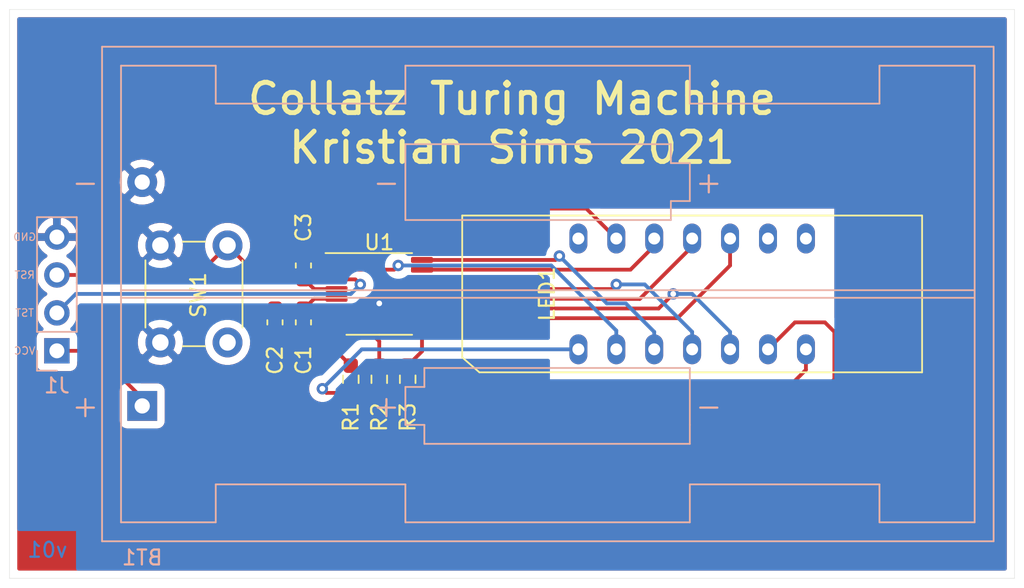
<source format=kicad_pcb>
(kicad_pcb (version 20171130) (host pcbnew "(5.1.9)-1")

  (general
    (thickness 1.6)
    (drawings 10)
    (tracks 89)
    (zones 0)
    (modules 11)
    (nets 19)
  )

  (page A4)
  (title_block
    (title "Collatz Turing Machine")
    (rev v01)
    (comment 2 creativecommons.org/licenses/by/4.0)
    (comment 3 "License: CC BY 4.0")
    (comment 4 "Author: Kristian Sims (krs013)")
  )

  (layers
    (0 F.Cu signal)
    (31 B.Cu signal)
    (32 B.Adhes user)
    (33 F.Adhes user)
    (34 B.Paste user)
    (35 F.Paste user)
    (36 B.SilkS user)
    (37 F.SilkS user)
    (38 B.Mask user)
    (39 F.Mask user)
    (40 Dwgs.User user)
    (41 Cmts.User user)
    (42 Eco1.User user)
    (43 Eco2.User user)
    (44 Edge.Cuts user)
    (45 Margin user)
    (46 B.CrtYd user)
    (47 F.CrtYd user)
    (48 B.Fab user)
    (49 F.Fab user)
  )

  (setup
    (last_trace_width 0.254)
    (trace_clearance 0.1524)
    (zone_clearance 0.508)
    (zone_45_only no)
    (trace_min 0.1524)
    (via_size 0.762)
    (via_drill 0.381)
    (via_min_size 0.508)
    (via_min_drill 0.254)
    (uvia_size 0.762)
    (uvia_drill 0.381)
    (uvias_allowed no)
    (uvia_min_size 0.2)
    (uvia_min_drill 0.1)
    (edge_width 0.05)
    (segment_width 0.2)
    (pcb_text_width 0.3)
    (pcb_text_size 1.5 1.5)
    (mod_edge_width 0.12)
    (mod_text_size 1 1)
    (mod_text_width 0.15)
    (pad_size 2 2)
    (pad_drill 1.1)
    (pad_to_mask_clearance 0.0508)
    (solder_mask_min_width 0.1016)
    (aux_axis_origin 0 0)
    (visible_elements FFFFF77F)
    (pcbplotparams
      (layerselection 0x010fc_ffffffff)
      (usegerberextensions false)
      (usegerberattributes true)
      (usegerberadvancedattributes true)
      (creategerberjobfile true)
      (excludeedgelayer true)
      (linewidth 0.100000)
      (plotframeref false)
      (viasonmask false)
      (mode 1)
      (useauxorigin false)
      (hpglpennumber 1)
      (hpglpenspeed 20)
      (hpglpendiameter 15.000000)
      (psnegative false)
      (psa4output false)
      (plotreference true)
      (plotvalue true)
      (plotinvisibletext false)
      (padsonsilk false)
      (subtractmaskfromsilk false)
      (outputformat 1)
      (mirror false)
      (drillshape 1)
      (scaleselection 1)
      (outputdirectory ""))
  )

  (net 0 "")
  (net 1 +BATT)
  (net 2 GND)
  (net 3 "Net-(C3-Pad1)")
  (net 4 "Net-(J1-Pad2)")
  (net 5 "Net-(LED1-Pad1,14)")
  (net 6 "Net-(LED1-Pad13)")
  (net 7 "Net-(LED1-Pad2)")
  (net 8 "Net-(LED1-Pad12)")
  (net 9 "Net-(LED1-Pad3)")
  (net 10 "Net-(LED1-Pad11)")
  (net 11 "Net-(LED1-Pad4)")
  (net 12 "Net-(LED1-Pad10)")
  (net 13 "Net-(LED1-Pad5)")
  (net 14 "Net-(LED1-Pad6,9)")
  (net 15 "Net-(LED1-Pad7,8)")
  (net 16 "Net-(R1-Pad1)")
  (net 17 "Net-(R2-Pad1)")
  (net 18 "Net-(R3-Pad1)")

  (net_class Default "This is the default net class."
    (clearance 0.1524)
    (trace_width 0.254)
    (via_dia 0.762)
    (via_drill 0.381)
    (uvia_dia 0.762)
    (uvia_drill 0.381)
    (add_net +BATT)
    (add_net GND)
    (add_net "Net-(C3-Pad1)")
    (add_net "Net-(J1-Pad2)")
    (add_net "Net-(LED1-Pad1,14)")
    (add_net "Net-(LED1-Pad10)")
    (add_net "Net-(LED1-Pad11)")
    (add_net "Net-(LED1-Pad12)")
    (add_net "Net-(LED1-Pad13)")
    (add_net "Net-(LED1-Pad2)")
    (add_net "Net-(LED1-Pad3)")
    (add_net "Net-(LED1-Pad4)")
    (add_net "Net-(LED1-Pad5)")
    (add_net "Net-(LED1-Pad6,9)")
    (add_net "Net-(LED1-Pad7,8)")
    (add_net "Net-(R1-Pad1)")
    (add_net "Net-(R2-Pad1)")
    (add_net "Net-(R3-Pad1)")
  )

  (module Connector_PinHeader_2.54mm:PinHeader_1x04_P2.54mm_Vertical (layer B.Cu) (tedit 59FED5CC) (tstamp 6084049F)
    (at 130.175 111.76)
    (descr "Through hole straight pin header, 1x04, 2.54mm pitch, single row")
    (tags "Through hole pin header THT 1x04 2.54mm single row")
    (path /60023630)
    (fp_text reference J1 (at 0 2.33) (layer B.SilkS)
      (effects (font (size 1 1) (thickness 0.15)) (justify mirror))
    )
    (fp_text value Conn_01x04_Male (at -1.905 -3.81 -90) (layer B.Fab)
      (effects (font (size 1 1) (thickness 0.15)) (justify mirror))
    )
    (fp_text user %R (at 0 -3.81 -90) (layer B.Fab)
      (effects (font (size 1 1) (thickness 0.15)) (justify mirror))
    )
    (fp_line (start -0.635 1.27) (end 1.27 1.27) (layer B.Fab) (width 0.1))
    (fp_line (start 1.27 1.27) (end 1.27 -8.89) (layer B.Fab) (width 0.1))
    (fp_line (start 1.27 -8.89) (end -1.27 -8.89) (layer B.Fab) (width 0.1))
    (fp_line (start -1.27 -8.89) (end -1.27 0.635) (layer B.Fab) (width 0.1))
    (fp_line (start -1.27 0.635) (end -0.635 1.27) (layer B.Fab) (width 0.1))
    (fp_line (start -1.33 -8.95) (end 1.33 -8.95) (layer B.SilkS) (width 0.12))
    (fp_line (start -1.33 -1.27) (end -1.33 -8.95) (layer B.SilkS) (width 0.12))
    (fp_line (start 1.33 -1.27) (end 1.33 -8.95) (layer B.SilkS) (width 0.12))
    (fp_line (start -1.33 -1.27) (end 1.33 -1.27) (layer B.SilkS) (width 0.12))
    (fp_line (start -1.33 0) (end -1.33 1.33) (layer B.SilkS) (width 0.12))
    (fp_line (start -1.33 1.33) (end 0 1.33) (layer B.SilkS) (width 0.12))
    (fp_line (start -1.8 1.8) (end -1.8 -9.4) (layer B.CrtYd) (width 0.05))
    (fp_line (start -1.8 -9.4) (end 1.8 -9.4) (layer B.CrtYd) (width 0.05))
    (fp_line (start 1.8 -9.4) (end 1.8 1.8) (layer B.CrtYd) (width 0.05))
    (fp_line (start 1.8 1.8) (end -1.8 1.8) (layer B.CrtYd) (width 0.05))
    (pad 4 thru_hole oval (at 0 -7.62) (size 1.7 1.7) (drill 1) (layers *.Cu *.Mask)
      (net 2 GND))
    (pad 3 thru_hole oval (at 0 -5.08) (size 1.7 1.7) (drill 1) (layers *.Cu *.Mask)
      (net 3 "Net-(C3-Pad1)"))
    (pad 2 thru_hole oval (at 0 -2.54) (size 1.7 1.7) (drill 1) (layers *.Cu *.Mask)
      (net 4 "Net-(J1-Pad2)"))
    (pad 1 thru_hole rect (at 0 0) (size 1.7 1.7) (drill 1) (layers *.Cu *.Mask)
      (net 1 +BATT))
    (model ${KISYS3DMOD}/Connector_PinHeader_2.54mm.3dshapes/PinHeader_1x04_P2.54mm_Vertical.wrl
      (at (xyz 0 0 0))
      (scale (xyz 1 1 1))
      (rotate (xyz 0 0 0))
    )
  )

  (module User:BatteryHolder_Keystone_2462_2xAA_NO_HOLES (layer B.Cu) (tedit 60835235) (tstamp 60844519)
    (at 135.89 115.45)
    (descr "2xAA cell battery holder, Keystone P/N 2462, https://www.keyelco.com/product-pdf.cfm?p=1027")
    (tags "AA battery cell holder")
    (path /608446E6)
    (fp_text reference BT1 (at 0 10.16 180) (layer B.SilkS)
      (effects (font (size 1 1) (thickness 0.15)) (justify mirror))
    )
    (fp_text value 2xBattery (at 27.165 -8.715) (layer B.Fab)
      (effects (font (size 1 1) (thickness 0.15)) (justify mirror))
    )
    (fp_line (start -2.59 8.965) (end 56.92 8.965) (layer B.Fab) (width 0.1))
    (fp_line (start -2.59 -23.955) (end 56.92 -23.955) (layer B.Fab) (width 0.1))
    (fp_line (start 56.92 -23.955) (end 56.92 8.965) (layer B.Fab) (width 0.1))
    (fp_line (start -2.59 -23.955) (end -2.59 8.965) (layer B.Fab) (width 0.1))
    (fp_line (start 49.375 -22.785) (end 49.375 -20.245) (layer B.SilkS) (width 0.12))
    (fp_line (start 55.75 -22.785) (end 49.375 -22.785) (layer B.SilkS) (width 0.12))
    (fp_line (start 55.75 7.795) (end 55.75 -22.785) (layer B.SilkS) (width 0.12))
    (fp_line (start 49.375 7.795) (end 49.375 5.255) (layer B.SilkS) (width 0.12))
    (fp_line (start 55.75 7.795) (end 49.375 7.795) (layer B.SilkS) (width 0.12))
    (fp_line (start 4.925 -20.245) (end 17.625 -20.245) (layer B.SilkS) (width 0.12))
    (fp_line (start 4.925 -22.785) (end 4.925 -20.245) (layer B.SilkS) (width 0.12))
    (fp_line (start -1.42 -22.785) (end 4.925 -22.785) (layer B.SilkS) (width 0.12))
    (fp_line (start -1.42 7.795) (end -1.42 -22.785) (layer B.SilkS) (width 0.12))
    (fp_line (start 4.925 7.795) (end -1.42 7.795) (layer B.SilkS) (width 0.12))
    (fp_line (start 4.925 5.255) (end 4.925 7.795) (layer B.SilkS) (width 0.12))
    (fp_line (start 4.925 5.255) (end 17.625 5.255) (layer B.SilkS) (width 0.12))
    (fp_line (start 49.375 -20.245) (end 36.675 -20.245) (layer B.SilkS) (width 0.12))
    (fp_line (start 17.625 7.795) (end 17.625 5.255) (layer B.SilkS) (width 0.12))
    (fp_line (start 36.675 7.795) (end 17.625 7.795) (layer B.SilkS) (width 0.12))
    (fp_line (start 36.675 5.255) (end 36.675 7.795) (layer B.SilkS) (width 0.12))
    (fp_line (start 49.375 5.255) (end 36.675 5.255) (layer B.SilkS) (width 0.12))
    (fp_line (start 36.675 -22.785) (end 36.675 -20.245) (layer B.SilkS) (width 0.12))
    (fp_line (start 17.625 -22.785) (end 36.675 -22.785) (layer B.SilkS) (width 0.12))
    (fp_line (start 17.625 -20.245) (end 17.625 -22.785) (layer B.SilkS) (width 0.12))
    (fp_line (start 55.75 -7.749) (end -1.42 -7.749) (layer B.SilkS) (width 0.12))
    (fp_line (start -1.42 -7.241) (end 55.75 -7.241) (layer B.SilkS) (width 0.12))
    (fp_line (start 36.675 2.54) (end 36.675 1.27) (layer B.SilkS) (width 0.12))
    (fp_line (start 18.895 2.54) (end 36.675 2.54) (layer B.SilkS) (width 0.12))
    (fp_line (start 18.895 1.27) (end 18.895 2.54) (layer B.SilkS) (width 0.12))
    (fp_line (start 17.625 1.27) (end 18.895 1.27) (layer B.SilkS) (width 0.12))
    (fp_line (start 17.625 -1.27) (end 17.625 1.27) (layer B.SilkS) (width 0.12))
    (fp_line (start 18.895 -1.27) (end 17.625 -1.27) (layer B.SilkS) (width 0.12))
    (fp_line (start 18.895 -2.54) (end 18.895 -1.27) (layer B.SilkS) (width 0.12))
    (fp_line (start 36.675 -2.54) (end 18.895 -2.54) (layer B.SilkS) (width 0.12))
    (fp_line (start 36.675 1.27) (end 36.675 -2.54) (layer B.SilkS) (width 0.12))
    (fp_line (start 35.405 -17.53) (end 17.625 -17.53) (layer B.SilkS) (width 0.12))
    (fp_line (start 35.405 -16.26) (end 35.405 -17.53) (layer B.SilkS) (width 0.12))
    (fp_line (start 36.675 -16.26) (end 35.405 -16.26) (layer B.SilkS) (width 0.12))
    (fp_line (start 36.675 -13.72) (end 36.675 -16.26) (layer B.SilkS) (width 0.12))
    (fp_line (start 35.405 -13.72) (end 36.675 -13.72) (layer B.SilkS) (width 0.12))
    (fp_line (start 35.405 -12.45) (end 35.405 -13.72) (layer B.SilkS) (width 0.12))
    (fp_line (start 17.625 -12.45) (end 35.405 -12.45) (layer B.SilkS) (width 0.12))
    (fp_line (start 17.625 -17.53) (end 17.625 -12.45) (layer B.SilkS) (width 0.12))
    (fp_line (start 57.02 9.065) (end -2.69 9.065) (layer B.SilkS) (width 0.12))
    (fp_line (start -2.69 9.065) (end -2.69 -24.055) (layer B.SilkS) (width 0.12))
    (fp_line (start -2.69 -24.055) (end 57.02 -24.055) (layer B.SilkS) (width 0.12))
    (fp_line (start 57.02 -24.055) (end 57.02 9.065) (layer B.SilkS) (width 0.12))
    (fp_line (start 57.17 9.22) (end -2.84 9.22) (layer B.CrtYd) (width 0.05))
    (fp_line (start -2.84 9.22) (end -2.84 -24.21) (layer B.CrtYd) (width 0.05))
    (fp_line (start -2.84 -24.21) (end 57.17 -24.21) (layer B.CrtYd) (width 0.05))
    (fp_line (start 57.17 -24.21) (end 57.17 9.22) (layer B.CrtYd) (width 0.05))
    (fp_text user - (at 37.945 0) (layer B.SilkS)
      (effects (font (size 1.5 1.5) (thickness 0.15)) (justify mirror))
    )
    (fp_text user + (at 16.355 0) (layer B.SilkS)
      (effects (font (size 1.5 1.5) (thickness 0.15)) (justify mirror))
    )
    (fp_text user %R (at 0 10.16) (layer B.Fab)
      (effects (font (size 1 1) (thickness 0.15)) (justify mirror))
    )
    (fp_text user + (at 37.945 -14.99) (layer B.SilkS)
      (effects (font (size 1.5 1.5) (thickness 0.15)) (justify mirror))
    )
    (fp_text user - (at 16.355 -14.99) (layer B.SilkS)
      (effects (font (size 1.5 1.5) (thickness 0.15)) (justify mirror))
    )
    (fp_text user + (at -3.81 0) (layer B.SilkS)
      (effects (font (size 1.5 1.5) (thickness 0.15)) (justify mirror))
    )
    (fp_text user - (at -3.81 -14.99) (layer B.SilkS)
      (effects (font (size 1.5 1.5) (thickness 0.15)) (justify mirror))
    )
    (pad 1 thru_hole rect (at 0 0) (size 2 2) (drill 1.02) (layers *.Cu *.Mask)
      (net 1 +BATT))
    (pad 2 thru_hole circle (at 0 -14.99) (size 2 2) (drill 1.02) (layers *.Cu *.Mask)
      (net 2 GND))
    (model ${KISYS3DMOD}/Battery.3dshapes/BatteryHolder_Keystone_2462_2xAA.wrl
      (at (xyz 0 0 0))
      (scale (xyz 1 1 1))
      (rotate (xyz 0 0 0))
    )
  )

  (module Button_Switch_THT:SW_PUSH_6mm (layer F.Cu) (tedit 5A02FE31) (tstamp 6084050C)
    (at 141.605 104.7 270)
    (descr https://www.omron.com/ecb/products/pdf/en-b3f.pdf)
    (tags "tact sw push 6mm")
    (path /6001D1C8)
    (fp_text reference SW1 (at 3.325 1.96 90) (layer F.SilkS)
      (effects (font (size 1 1) (thickness 0.15)))
    )
    (fp_text value SW_Push (at 3.75 6.7 90) (layer F.Fab)
      (effects (font (size 1 1) (thickness 0.15)))
    )
    (fp_text user %R (at 3.25 2.25 90) (layer F.Fab)
      (effects (font (size 1 1) (thickness 0.15)))
    )
    (fp_line (start 3.25 -0.75) (end 6.25 -0.75) (layer F.Fab) (width 0.1))
    (fp_line (start 6.25 -0.75) (end 6.25 5.25) (layer F.Fab) (width 0.1))
    (fp_line (start 6.25 5.25) (end 0.25 5.25) (layer F.Fab) (width 0.1))
    (fp_line (start 0.25 5.25) (end 0.25 -0.75) (layer F.Fab) (width 0.1))
    (fp_line (start 0.25 -0.75) (end 3.25 -0.75) (layer F.Fab) (width 0.1))
    (fp_line (start 7.75 6) (end 8 6) (layer F.CrtYd) (width 0.05))
    (fp_line (start 8 6) (end 8 5.75) (layer F.CrtYd) (width 0.05))
    (fp_line (start 7.75 -1.5) (end 8 -1.5) (layer F.CrtYd) (width 0.05))
    (fp_line (start 8 -1.5) (end 8 -1.25) (layer F.CrtYd) (width 0.05))
    (fp_line (start -1.5 -1.25) (end -1.5 -1.5) (layer F.CrtYd) (width 0.05))
    (fp_line (start -1.5 -1.5) (end -1.25 -1.5) (layer F.CrtYd) (width 0.05))
    (fp_line (start -1.5 5.75) (end -1.5 6) (layer F.CrtYd) (width 0.05))
    (fp_line (start -1.5 6) (end -1.25 6) (layer F.CrtYd) (width 0.05))
    (fp_line (start -1.25 -1.5) (end 7.75 -1.5) (layer F.CrtYd) (width 0.05))
    (fp_line (start -1.5 5.75) (end -1.5 -1.25) (layer F.CrtYd) (width 0.05))
    (fp_line (start 7.75 6) (end -1.25 6) (layer F.CrtYd) (width 0.05))
    (fp_line (start 8 -1.25) (end 8 5.75) (layer F.CrtYd) (width 0.05))
    (fp_line (start 1 5.5) (end 5.5 5.5) (layer F.SilkS) (width 0.12))
    (fp_line (start -0.25 1.5) (end -0.25 3) (layer F.SilkS) (width 0.12))
    (fp_line (start 5.5 -1) (end 1 -1) (layer F.SilkS) (width 0.12))
    (fp_line (start 6.75 3) (end 6.75 1.5) (layer F.SilkS) (width 0.12))
    (fp_circle (center 3.25 2.25) (end 1.25 2.5) (layer F.Fab) (width 0.1))
    (pad 1 thru_hole circle (at 6.5 0) (size 2 2) (drill 1.1) (layers *.Cu *.Mask)
      (net 3 "Net-(C3-Pad1)"))
    (pad 2 thru_hole circle (at 6.5 4.5) (size 2 2) (drill 1.1) (layers *.Cu *.Mask)
      (net 2 GND))
    (pad 1 thru_hole circle (at 0 0) (size 2 2) (drill 1.1) (layers *.Cu *.Mask)
      (net 3 "Net-(C3-Pad1)"))
    (pad 2 thru_hole circle (at 0 4.5) (size 2 2) (drill 1.1) (layers *.Cu *.Mask)
      (net 2 GND))
    (model ${KISYS3DMOD}/Button_Switch_THT.3dshapes/SW_PUSH_6mm.wrl
      (at (xyz 0 0 0))
      (scale (xyz 1 1 1))
      (rotate (xyz 0 0 0))
    )
  )

  (module Capacitor_SMD:C_0603_1608Metric_Pad1.08x0.95mm_HandSolder (layer F.Cu) (tedit 5F68FEEF) (tstamp 60845B69)
    (at 146.685 109.855 270)
    (descr "Capacitor SMD 0603 (1608 Metric), square (rectangular) end terminal, IPC_7351 nominal with elongated pad for handsoldering. (Body size source: IPC-SM-782 page 76, https://www.pcb-3d.com/wordpress/wp-content/uploads/ipc-sm-782a_amendment_1_and_2.pdf), generated with kicad-footprint-generator")
    (tags "capacitor handsolder")
    (path /60018BF5)
    (attr smd)
    (fp_text reference C1 (at 2.54 0 90) (layer F.SilkS)
      (effects (font (size 1 1) (thickness 0.15)))
    )
    (fp_text value "0.1 uF" (at 5.715 0 90) (layer F.Fab)
      (effects (font (size 1 1) (thickness 0.15)))
    )
    (fp_line (start 1.65 0.73) (end -1.65 0.73) (layer F.CrtYd) (width 0.05))
    (fp_line (start 1.65 -0.73) (end 1.65 0.73) (layer F.CrtYd) (width 0.05))
    (fp_line (start -1.65 -0.73) (end 1.65 -0.73) (layer F.CrtYd) (width 0.05))
    (fp_line (start -1.65 0.73) (end -1.65 -0.73) (layer F.CrtYd) (width 0.05))
    (fp_line (start -0.146267 0.51) (end 0.146267 0.51) (layer F.SilkS) (width 0.12))
    (fp_line (start -0.146267 -0.51) (end 0.146267 -0.51) (layer F.SilkS) (width 0.12))
    (fp_line (start 0.8 0.4) (end -0.8 0.4) (layer F.Fab) (width 0.1))
    (fp_line (start 0.8 -0.4) (end 0.8 0.4) (layer F.Fab) (width 0.1))
    (fp_line (start -0.8 -0.4) (end 0.8 -0.4) (layer F.Fab) (width 0.1))
    (fp_line (start -0.8 0.4) (end -0.8 -0.4) (layer F.Fab) (width 0.1))
    (fp_text user %R (at 0 0 90) (layer F.Fab)
      (effects (font (size 0.4 0.4) (thickness 0.06)))
    )
    (pad 1 smd roundrect (at -0.8625 0 270) (size 1.075 0.95) (layers F.Cu F.Paste F.Mask) (roundrect_rratio 0.25)
      (net 1 +BATT))
    (pad 2 smd roundrect (at 0.8625 0 270) (size 1.075 0.95) (layers F.Cu F.Paste F.Mask) (roundrect_rratio 0.25)
      (net 2 GND))
    (model ${KISYS3DMOD}/Capacitor_SMD.3dshapes/C_0603_1608Metric.wrl
      (at (xyz 0 0 0))
      (scale (xyz 1 1 1))
      (rotate (xyz 0 0 0))
    )
  )

  (module Capacitor_SMD:C_0603_1608Metric_Pad1.08x0.95mm_HandSolder (layer F.Cu) (tedit 5F68FEEF) (tstamp 60840441)
    (at 144.78 109.855 270)
    (descr "Capacitor SMD 0603 (1608 Metric), square (rectangular) end terminal, IPC_7351 nominal with elongated pad for handsoldering. (Body size source: IPC-SM-782 page 76, https://www.pcb-3d.com/wordpress/wp-content/uploads/ipc-sm-782a_amendment_1_and_2.pdf), generated with kicad-footprint-generator")
    (tags "capacitor handsolder")
    (path /60019F52)
    (attr smd)
    (fp_text reference C2 (at 2.54 0 270) (layer F.SilkS)
      (effects (font (size 1 1) (thickness 0.15)))
    )
    (fp_text value "10 uF" (at 5.715 0 90) (layer F.Fab)
      (effects (font (size 1 1) (thickness 0.15)))
    )
    (fp_text user %R (at 0 0 90) (layer F.Fab)
      (effects (font (size 0.4 0.4) (thickness 0.06)))
    )
    (fp_line (start -0.8 0.4) (end -0.8 -0.4) (layer F.Fab) (width 0.1))
    (fp_line (start -0.8 -0.4) (end 0.8 -0.4) (layer F.Fab) (width 0.1))
    (fp_line (start 0.8 -0.4) (end 0.8 0.4) (layer F.Fab) (width 0.1))
    (fp_line (start 0.8 0.4) (end -0.8 0.4) (layer F.Fab) (width 0.1))
    (fp_line (start -0.146267 -0.51) (end 0.146267 -0.51) (layer F.SilkS) (width 0.12))
    (fp_line (start -0.146267 0.51) (end 0.146267 0.51) (layer F.SilkS) (width 0.12))
    (fp_line (start -1.65 0.73) (end -1.65 -0.73) (layer F.CrtYd) (width 0.05))
    (fp_line (start -1.65 -0.73) (end 1.65 -0.73) (layer F.CrtYd) (width 0.05))
    (fp_line (start 1.65 -0.73) (end 1.65 0.73) (layer F.CrtYd) (width 0.05))
    (fp_line (start 1.65 0.73) (end -1.65 0.73) (layer F.CrtYd) (width 0.05))
    (pad 2 smd roundrect (at 0.8625 0 270) (size 1.075 0.95) (layers F.Cu F.Paste F.Mask) (roundrect_rratio 0.25)
      (net 2 GND))
    (pad 1 smd roundrect (at -0.8625 0 270) (size 1.075 0.95) (layers F.Cu F.Paste F.Mask) (roundrect_rratio 0.25)
      (net 1 +BATT))
    (model ${KISYS3DMOD}/Capacitor_SMD.3dshapes/C_0603_1608Metric.wrl
      (at (xyz 0 0 0))
      (scale (xyz 1 1 1))
      (rotate (xyz 0 0 0))
    )
  )

  (module Capacitor_SMD:C_0603_1608Metric_Pad1.08x0.95mm_HandSolder (layer F.Cu) (tedit 5F68FEEF) (tstamp 60840452)
    (at 146.685 106.045 90)
    (descr "Capacitor SMD 0603 (1608 Metric), square (rectangular) end terminal, IPC_7351 nominal with elongated pad for handsoldering. (Body size source: IPC-SM-782 page 76, https://www.pcb-3d.com/wordpress/wp-content/uploads/ipc-sm-782a_amendment_1_and_2.pdf), generated with kicad-footprint-generator")
    (tags "capacitor handsolder")
    (path /6001C541)
    (attr smd)
    (fp_text reference C3 (at 2.54 0 90) (layer F.SilkS)
      (effects (font (size 1 1) (thickness 0.15)))
    )
    (fp_text value "10 nF" (at 6.35 0 90) (layer F.Fab)
      (effects (font (size 1 1) (thickness 0.15)))
    )
    (fp_line (start 1.65 0.73) (end -1.65 0.73) (layer F.CrtYd) (width 0.05))
    (fp_line (start 1.65 -0.73) (end 1.65 0.73) (layer F.CrtYd) (width 0.05))
    (fp_line (start -1.65 -0.73) (end 1.65 -0.73) (layer F.CrtYd) (width 0.05))
    (fp_line (start -1.65 0.73) (end -1.65 -0.73) (layer F.CrtYd) (width 0.05))
    (fp_line (start -0.146267 0.51) (end 0.146267 0.51) (layer F.SilkS) (width 0.12))
    (fp_line (start -0.146267 -0.51) (end 0.146267 -0.51) (layer F.SilkS) (width 0.12))
    (fp_line (start 0.8 0.4) (end -0.8 0.4) (layer F.Fab) (width 0.1))
    (fp_line (start 0.8 -0.4) (end 0.8 0.4) (layer F.Fab) (width 0.1))
    (fp_line (start -0.8 -0.4) (end 0.8 -0.4) (layer F.Fab) (width 0.1))
    (fp_line (start -0.8 0.4) (end -0.8 -0.4) (layer F.Fab) (width 0.1))
    (fp_text user %R (at 0 0 90) (layer F.Fab)
      (effects (font (size 0.4 0.4) (thickness 0.06)))
    )
    (pad 1 smd roundrect (at -0.8625 0 90) (size 1.075 0.95) (layers F.Cu F.Paste F.Mask) (roundrect_rratio 0.25)
      (net 3 "Net-(C3-Pad1)"))
    (pad 2 smd roundrect (at 0.8625 0 90) (size 1.075 0.95) (layers F.Cu F.Paste F.Mask) (roundrect_rratio 0.25)
      (net 2 GND))
    (model ${KISYS3DMOD}/Capacitor_SMD.3dshapes/C_0603_1608Metric.wrl
      (at (xyz 0 0 0))
      (scale (xyz 1 1 1))
      (rotate (xyz 0 0 0))
    )
  )

  (module User:DIP-14_Long_LED_Bar (layer F.Cu) (tedit 60834900) (tstamp 60844A1D)
    (at 172.72 107.95)
    (path /6002BCB2)
    (fp_text reference LED1 (at -9.72 0 90) (layer F.SilkS)
      (effects (font (size 1 1) (thickness 0.15)))
    )
    (fp_text value KWL-R1230CDUGB (at 0 0) (layer F.Fab)
      (effects (font (size 1 1) (thickness 0.15)))
    )
    (fp_line (start -14.25 5.25) (end 15.4 5.25) (layer F.SilkS) (width 0.12))
    (fp_line (start 15.4 5.25) (end 15.4 -5.25) (layer F.SilkS) (width 0.12))
    (fp_line (start 15.4 -5.25) (end -15.4 -5.25) (layer F.SilkS) (width 0.12))
    (fp_line (start -15.4 -5.25) (end -15.4 4.25) (layer F.SilkS) (width 0.12))
    (fp_line (start -15.24 -5.08) (end 15.24 -5.08) (layer F.CrtYd) (width 0.12))
    (fp_line (start 15.24 -5.08) (end 15.24 5.08) (layer F.CrtYd) (width 0.12))
    (fp_line (start 15.24 5.08) (end -15.24 5.08) (layer F.CrtYd) (width 0.12))
    (fp_line (start -15.24 5.08) (end -15.24 -5.08) (layer F.CrtYd) (width 0.12))
    (fp_line (start -15.4 4.25) (end -14.25 5.25) (layer F.SilkS) (width 0.12))
    (pad 1,14 thru_hole oval (at -7.62 -3.71) (size 1.2 2) (drill 0.8) (layers *.Cu *.Mask)
      (net 5 "Net-(LED1-Pad1,14)"))
    (pad 1,14 thru_hole oval (at -7.62 3.71) (size 1.2 2) (drill 0.8) (layers *.Cu *.Mask)
      (net 5 "Net-(LED1-Pad1,14)"))
    (pad 13 thru_hole oval (at -5.08 -3.71) (size 1.2 2) (drill 0.8) (layers *.Cu *.Mask)
      (net 6 "Net-(LED1-Pad13)"))
    (pad 2 thru_hole oval (at -5.08 3.71) (size 1.2 2) (drill 0.8) (layers *.Cu *.Mask)
      (net 7 "Net-(LED1-Pad2)"))
    (pad 12 thru_hole oval (at -2.54 -3.71) (size 1.2 2) (drill 0.8) (layers *.Cu *.Mask)
      (net 8 "Net-(LED1-Pad12)"))
    (pad 3 thru_hole oval (at -2.54 3.71) (size 1.2 2) (drill 0.8) (layers *.Cu *.Mask)
      (net 9 "Net-(LED1-Pad3)"))
    (pad 11 thru_hole oval (at 0 -3.71) (size 1.2 2) (drill 0.8) (layers *.Cu *.Mask)
      (net 10 "Net-(LED1-Pad11)"))
    (pad 4 thru_hole oval (at 0 3.71) (size 1.2 2) (drill 0.8) (layers *.Cu *.Mask)
      (net 11 "Net-(LED1-Pad4)"))
    (pad 10 thru_hole oval (at 2.54 -3.71) (size 1.2 2) (drill 0.8) (layers *.Cu *.Mask)
      (net 12 "Net-(LED1-Pad10)"))
    (pad 5 thru_hole oval (at 2.54 3.71) (size 1.2 2) (drill 0.8) (layers *.Cu *.Mask)
      (net 13 "Net-(LED1-Pad5)"))
    (pad 6,9 thru_hole oval (at 5.08 -3.71) (size 1.2 2) (drill 0.8) (layers *.Cu *.Mask)
      (net 14 "Net-(LED1-Pad6,9)"))
    (pad 6,9 thru_hole oval (at 5.08 3.71) (size 1.2 2) (drill 0.8) (layers *.Cu *.Mask)
      (net 14 "Net-(LED1-Pad6,9)"))
    (pad 7,8 thru_hole oval (at 7.62 -3.71) (size 1.2 2) (drill 0.8) (layers *.Cu *.Mask)
      (net 15 "Net-(LED1-Pad7,8)"))
    (pad 7,8 thru_hole oval (at 7.62 3.71) (size 1.2 2) (drill 0.8) (layers *.Cu *.Mask)
      (net 15 "Net-(LED1-Pad7,8)"))
  )

  (module Resistor_SMD:R_0603_1608Metric_Pad0.98x0.95mm_HandSolder (layer F.Cu) (tedit 5F68FEEE) (tstamp 608404CB)
    (at 149.86 113.665 270)
    (descr "Resistor SMD 0603 (1608 Metric), square (rectangular) end terminal, IPC_7351 nominal with elongated pad for handsoldering. (Body size source: IPC-SM-782 page 72, https://www.pcb-3d.com/wordpress/wp-content/uploads/ipc-sm-782a_amendment_1_and_2.pdf), generated with kicad-footprint-generator")
    (tags "resistor handsolder")
    (path /6001542E)
    (attr smd)
    (fp_text reference R1 (at 2.54 0 90) (layer F.SilkS)
      (effects (font (size 1 1) (thickness 0.15)))
    )
    (fp_text value 180R (at 5.715 0 90) (layer F.Fab)
      (effects (font (size 1 1) (thickness 0.15)))
    )
    (fp_line (start 1.65 0.73) (end -1.65 0.73) (layer F.CrtYd) (width 0.05))
    (fp_line (start 1.65 -0.73) (end 1.65 0.73) (layer F.CrtYd) (width 0.05))
    (fp_line (start -1.65 -0.73) (end 1.65 -0.73) (layer F.CrtYd) (width 0.05))
    (fp_line (start -1.65 0.73) (end -1.65 -0.73) (layer F.CrtYd) (width 0.05))
    (fp_line (start -0.254724 0.5225) (end 0.254724 0.5225) (layer F.SilkS) (width 0.12))
    (fp_line (start -0.254724 -0.5225) (end 0.254724 -0.5225) (layer F.SilkS) (width 0.12))
    (fp_line (start 0.8 0.4125) (end -0.8 0.4125) (layer F.Fab) (width 0.1))
    (fp_line (start 0.8 -0.4125) (end 0.8 0.4125) (layer F.Fab) (width 0.1))
    (fp_line (start -0.8 -0.4125) (end 0.8 -0.4125) (layer F.Fab) (width 0.1))
    (fp_line (start -0.8 0.4125) (end -0.8 -0.4125) (layer F.Fab) (width 0.1))
    (fp_text user %R (at 0 0 90) (layer F.Fab)
      (effects (font (size 0.4 0.4) (thickness 0.06)))
    )
    (pad 1 smd roundrect (at -0.9125 0 270) (size 0.975 0.95) (layers F.Cu F.Paste F.Mask) (roundrect_rratio 0.25)
      (net 16 "Net-(R1-Pad1)"))
    (pad 2 smd roundrect (at 0.9125 0 270) (size 0.975 0.95) (layers F.Cu F.Paste F.Mask) (roundrect_rratio 0.25)
      (net 5 "Net-(LED1-Pad1,14)"))
    (model ${KISYS3DMOD}/Resistor_SMD.3dshapes/R_0603_1608Metric.wrl
      (at (xyz 0 0 0))
      (scale (xyz 1 1 1))
      (rotate (xyz 0 0 0))
    )
  )

  (module Resistor_SMD:R_0603_1608Metric_Pad0.98x0.95mm_HandSolder (layer F.Cu) (tedit 5F68FEEE) (tstamp 608404DC)
    (at 151.765 113.665 270)
    (descr "Resistor SMD 0603 (1608 Metric), square (rectangular) end terminal, IPC_7351 nominal with elongated pad for handsoldering. (Body size source: IPC-SM-782 page 72, https://www.pcb-3d.com/wordpress/wp-content/uploads/ipc-sm-782a_amendment_1_and_2.pdf), generated with kicad-footprint-generator")
    (tags "resistor handsolder")
    (path /60015B6A)
    (attr smd)
    (fp_text reference R2 (at 2.54 0 90) (layer F.SilkS)
      (effects (font (size 1 1) (thickness 0.15)))
    )
    (fp_text value 180R (at 5.715 0 90) (layer F.Fab)
      (effects (font (size 1 1) (thickness 0.15)))
    )
    (fp_text user %R (at 0 0 90) (layer F.Fab)
      (effects (font (size 0.4 0.4) (thickness 0.06)))
    )
    (fp_line (start -0.8 0.4125) (end -0.8 -0.4125) (layer F.Fab) (width 0.1))
    (fp_line (start -0.8 -0.4125) (end 0.8 -0.4125) (layer F.Fab) (width 0.1))
    (fp_line (start 0.8 -0.4125) (end 0.8 0.4125) (layer F.Fab) (width 0.1))
    (fp_line (start 0.8 0.4125) (end -0.8 0.4125) (layer F.Fab) (width 0.1))
    (fp_line (start -0.254724 -0.5225) (end 0.254724 -0.5225) (layer F.SilkS) (width 0.12))
    (fp_line (start -0.254724 0.5225) (end 0.254724 0.5225) (layer F.SilkS) (width 0.12))
    (fp_line (start -1.65 0.73) (end -1.65 -0.73) (layer F.CrtYd) (width 0.05))
    (fp_line (start -1.65 -0.73) (end 1.65 -0.73) (layer F.CrtYd) (width 0.05))
    (fp_line (start 1.65 -0.73) (end 1.65 0.73) (layer F.CrtYd) (width 0.05))
    (fp_line (start 1.65 0.73) (end -1.65 0.73) (layer F.CrtYd) (width 0.05))
    (pad 2 smd roundrect (at 0.9125 0 270) (size 0.975 0.95) (layers F.Cu F.Paste F.Mask) (roundrect_rratio 0.25)
      (net 14 "Net-(LED1-Pad6,9)"))
    (pad 1 smd roundrect (at -0.9125 0 270) (size 0.975 0.95) (layers F.Cu F.Paste F.Mask) (roundrect_rratio 0.25)
      (net 17 "Net-(R2-Pad1)"))
    (model ${KISYS3DMOD}/Resistor_SMD.3dshapes/R_0603_1608Metric.wrl
      (at (xyz 0 0 0))
      (scale (xyz 1 1 1))
      (rotate (xyz 0 0 0))
    )
  )

  (module Resistor_SMD:R_0603_1608Metric_Pad0.98x0.95mm_HandSolder (layer F.Cu) (tedit 5F68FEEE) (tstamp 608404ED)
    (at 153.67 113.665 270)
    (descr "Resistor SMD 0603 (1608 Metric), square (rectangular) end terminal, IPC_7351 nominal with elongated pad for handsoldering. (Body size source: IPC-SM-782 page 72, https://www.pcb-3d.com/wordpress/wp-content/uploads/ipc-sm-782a_amendment_1_and_2.pdf), generated with kicad-footprint-generator")
    (tags "resistor handsolder")
    (path /600162F8)
    (attr smd)
    (fp_text reference R3 (at 2.54 0 90) (layer F.SilkS)
      (effects (font (size 1 1) (thickness 0.15)))
    )
    (fp_text value 180R (at 5.715 0 90) (layer F.Fab)
      (effects (font (size 1 1) (thickness 0.15)))
    )
    (fp_text user %R (at 0 0 90) (layer F.Fab)
      (effects (font (size 0.4 0.4) (thickness 0.06)))
    )
    (fp_line (start -0.8 0.4125) (end -0.8 -0.4125) (layer F.Fab) (width 0.1))
    (fp_line (start -0.8 -0.4125) (end 0.8 -0.4125) (layer F.Fab) (width 0.1))
    (fp_line (start 0.8 -0.4125) (end 0.8 0.4125) (layer F.Fab) (width 0.1))
    (fp_line (start 0.8 0.4125) (end -0.8 0.4125) (layer F.Fab) (width 0.1))
    (fp_line (start -0.254724 -0.5225) (end 0.254724 -0.5225) (layer F.SilkS) (width 0.12))
    (fp_line (start -0.254724 0.5225) (end 0.254724 0.5225) (layer F.SilkS) (width 0.12))
    (fp_line (start -1.65 0.73) (end -1.65 -0.73) (layer F.CrtYd) (width 0.05))
    (fp_line (start -1.65 -0.73) (end 1.65 -0.73) (layer F.CrtYd) (width 0.05))
    (fp_line (start 1.65 -0.73) (end 1.65 0.73) (layer F.CrtYd) (width 0.05))
    (fp_line (start 1.65 0.73) (end -1.65 0.73) (layer F.CrtYd) (width 0.05))
    (pad 2 smd roundrect (at 0.9125 0 270) (size 0.975 0.95) (layers F.Cu F.Paste F.Mask) (roundrect_rratio 0.25)
      (net 15 "Net-(LED1-Pad7,8)"))
    (pad 1 smd roundrect (at -0.9125 0 270) (size 0.975 0.95) (layers F.Cu F.Paste F.Mask) (roundrect_rratio 0.25)
      (net 18 "Net-(R3-Pad1)"))
    (model ${KISYS3DMOD}/Resistor_SMD.3dshapes/R_0603_1608Metric.wrl
      (at (xyz 0 0 0))
      (scale (xyz 1 1 1))
      (rotate (xyz 0 0 0))
    )
  )

  (module Package_SO:TSSOP-16_4.4x5mm_P0.65mm (layer F.Cu) (tedit 5E476F32) (tstamp 6084052E)
    (at 151.765 107.95)
    (descr "TSSOP, 16 Pin (JEDEC MO-153 Var AB https://www.jedec.org/document_search?search_api_views_fulltext=MO-153), generated with kicad-footprint-generator ipc_gullwing_generator.py")
    (tags "TSSOP SO")
    (path /60032B90)
    (attr smd)
    (fp_text reference U1 (at 0 -3.45) (layer F.SilkS)
      (effects (font (size 1 1) (thickness 0.15)))
    )
    (fp_text value MSP430FR2422IPW16 (at -1.27 -5.08 90) (layer F.Fab)
      (effects (font (size 1 1) (thickness 0.15)))
    )
    (fp_line (start 3.85 -2.75) (end -3.85 -2.75) (layer F.CrtYd) (width 0.05))
    (fp_line (start 3.85 2.75) (end 3.85 -2.75) (layer F.CrtYd) (width 0.05))
    (fp_line (start -3.85 2.75) (end 3.85 2.75) (layer F.CrtYd) (width 0.05))
    (fp_line (start -3.85 -2.75) (end -3.85 2.75) (layer F.CrtYd) (width 0.05))
    (fp_line (start -2.2 -1.5) (end -1.2 -2.5) (layer F.Fab) (width 0.1))
    (fp_line (start -2.2 2.5) (end -2.2 -1.5) (layer F.Fab) (width 0.1))
    (fp_line (start 2.2 2.5) (end -2.2 2.5) (layer F.Fab) (width 0.1))
    (fp_line (start 2.2 -2.5) (end 2.2 2.5) (layer F.Fab) (width 0.1))
    (fp_line (start -1.2 -2.5) (end 2.2 -2.5) (layer F.Fab) (width 0.1))
    (fp_line (start 0 -2.735) (end -3.6 -2.735) (layer F.SilkS) (width 0.12))
    (fp_line (start 0 -2.735) (end 2.2 -2.735) (layer F.SilkS) (width 0.12))
    (fp_line (start 0 2.735) (end -2.2 2.735) (layer F.SilkS) (width 0.12))
    (fp_line (start 0 2.735) (end 2.2 2.735) (layer F.SilkS) (width 0.12))
    (fp_text user %R (at 0 0) (layer F.Fab)
      (effects (font (size 1 1) (thickness 0.15)))
    )
    (pad 1 smd roundrect (at -2.8625 -2.275) (size 1.475 0.4) (layers F.Cu F.Paste F.Mask) (roundrect_rratio 0.25)
      (net 6 "Net-(LED1-Pad13)"))
    (pad 2 smd roundrect (at -2.8625 -1.625) (size 1.475 0.4) (layers F.Cu F.Paste F.Mask) (roundrect_rratio 0.25)
      (net 7 "Net-(LED1-Pad2)"))
    (pad 3 smd roundrect (at -2.8625 -0.975) (size 1.475 0.4) (layers F.Cu F.Paste F.Mask) (roundrect_rratio 0.25)
      (net 4 "Net-(J1-Pad2)"))
    (pad 4 smd roundrect (at -2.8625 -0.325) (size 1.475 0.4) (layers F.Cu F.Paste F.Mask) (roundrect_rratio 0.25)
      (net 3 "Net-(C3-Pad1)"))
    (pad 5 smd roundrect (at -2.8625 0.325) (size 1.475 0.4) (layers F.Cu F.Paste F.Mask) (roundrect_rratio 0.25)
      (net 1 +BATT))
    (pad 6 smd roundrect (at -2.8625 0.975) (size 1.475 0.4) (layers F.Cu F.Paste F.Mask) (roundrect_rratio 0.25)
      (net 2 GND))
    (pad 7 smd roundrect (at -2.8625 1.625) (size 1.475 0.4) (layers F.Cu F.Paste F.Mask) (roundrect_rratio 0.25)
      (net 17 "Net-(R2-Pad1)"))
    (pad 8 smd roundrect (at -2.8625 2.275) (size 1.475 0.4) (layers F.Cu F.Paste F.Mask) (roundrect_rratio 0.25)
      (net 16 "Net-(R1-Pad1)"))
    (pad 9 smd roundrect (at 2.8625 2.275) (size 1.475 0.4) (layers F.Cu F.Paste F.Mask) (roundrect_rratio 0.25)
      (net 18 "Net-(R3-Pad1)"))
    (pad 10 smd roundrect (at 2.8625 1.625) (size 1.475 0.4) (layers F.Cu F.Paste F.Mask) (roundrect_rratio 0.25)
      (net 12 "Net-(LED1-Pad10)"))
    (pad 11 smd roundrect (at 2.8625 0.975) (size 1.475 0.4) (layers F.Cu F.Paste F.Mask) (roundrect_rratio 0.25)
      (net 13 "Net-(LED1-Pad5)"))
    (pad 12 smd roundrect (at 2.8625 0.325) (size 1.475 0.4) (layers F.Cu F.Paste F.Mask) (roundrect_rratio 0.25)
      (net 10 "Net-(LED1-Pad11)"))
    (pad 13 smd roundrect (at 2.8625 -0.325) (size 1.475 0.4) (layers F.Cu F.Paste F.Mask) (roundrect_rratio 0.25)
      (net 11 "Net-(LED1-Pad4)"))
    (pad 14 smd roundrect (at 2.8625 -0.975) (size 1.475 0.4) (layers F.Cu F.Paste F.Mask) (roundrect_rratio 0.25))
    (pad 15 smd roundrect (at 2.8625 -1.625) (size 1.475 0.4) (layers F.Cu F.Paste F.Mask) (roundrect_rratio 0.25)
      (net 8 "Net-(LED1-Pad12)"))
    (pad 16 smd roundrect (at 2.8625 -2.275) (size 1.475 0.4) (layers F.Cu F.Paste F.Mask) (roundrect_rratio 0.25)
      (net 9 "Net-(LED1-Pad3)"))
    (model ${KISYS3DMOD}/Package_SO.3dshapes/TSSOP-16_4.4x5mm_P0.65mm.wrl
      (at (xyz 0 0 0))
      (scale (xyz 1 1 1))
      (rotate (xyz 0 0 0))
    )
  )

  (gr_text VCC (at 128.016 111.76) (layer B.SilkS) (tstamp 60847CE8)
    (effects (font (size 0.5 0.5) (thickness 0.075)) (justify mirror))
  )
  (gr_text TST (at 128.016 109.22) (layer B.SilkS) (tstamp 60847CE6)
    (effects (font (size 0.5 0.5) (thickness 0.075)) (justify mirror))
  )
  (gr_text RST (at 128.016 106.68) (layer B.SilkS)
    (effects (font (size 0.5 0.5) (thickness 0.075)) (justify mirror))
  )
  (gr_text GND (at 128.016 104.14) (layer B.SilkS)
    (effects (font (size 0.5 0.5) (thickness 0.075)) (justify mirror))
  )
  (gr_text v01 (at 129.54 125.095) (layer B.Cu)
    (effects (font (size 1 1) (thickness 0.15)) (justify mirror))
  )
  (gr_text "Collatz Turing Machine\nKristian Sims 2021" (at 160.655 96.52) (layer F.SilkS)
    (effects (font (size 2.032 2.032) (thickness 0.3302)))
  )
  (gr_line (start 127 88.9) (end 127 127) (layer Edge.Cuts) (width 0.0254))
  (gr_line (start 194.31 88.9) (end 127 88.9) (layer Edge.Cuts) (width 0.0254))
  (gr_line (start 194.31 127) (end 194.31 88.9) (layer Edge.Cuts) (width 0.0254))
  (gr_line (start 127 127) (end 194.31 127) (layer Edge.Cuts) (width 0.0254))

  (segment (start 147.4025 108.275) (end 146.685 108.9925) (width 0.254) (layer F.Cu) (net 1))
  (segment (start 148.9025 108.275) (end 147.4025 108.275) (width 0.254) (layer F.Cu) (net 1))
  (segment (start 146.685 108.9925) (end 144.78 108.9925) (width 0.254) (layer F.Cu) (net 1))
  (segment (start 144.78 108.9925) (end 135.4825 108.9925) (width 0.254) (layer F.Cu) (net 1))
  (segment (start 132.715 111.76) (end 130.175 111.76) (width 0.254) (layer F.Cu) (net 1))
  (segment (start 135.4825 108.9925) (end 132.715 111.76) (width 0.254) (layer F.Cu) (net 1))
  (segment (start 135.89 115.45) (end 135.89 114.935) (width 0.254) (layer F.Cu) (net 1))
  (segment (start 135.89 114.935) (end 132.715 111.76) (width 0.254) (layer F.Cu) (net 1))
  (via (at 151.765 108.585) (size 0.762) (drill 0.381) (layers F.Cu B.Cu) (net 2))
  (segment (start 151.425 108.925) (end 151.765 108.585) (width 0.254) (layer F.Cu) (net 2))
  (segment (start 148.9025 108.925) (end 151.425 108.925) (width 0.254) (layer F.Cu) (net 2))
  (segment (start 151.765 108.585) (end 152.4 109.22) (width 0.254) (layer B.Cu) (net 2))
  (segment (start 146.685 106.9075) (end 146.9125 106.9075) (width 0.2032) (layer F.Cu) (net 3))
  (segment (start 147.4025 107.625) (end 146.685 106.9075) (width 0.254) (layer F.Cu) (net 3))
  (segment (start 148.9025 107.625) (end 147.4025 107.625) (width 0.254) (layer F.Cu) (net 3))
  (segment (start 139.625 106.68) (end 141.605 104.7) (width 0.254) (layer F.Cu) (net 3))
  (segment (start 130.175 106.68) (end 139.625 106.68) (width 0.254) (layer F.Cu) (net 3))
  (segment (start 143.8125 106.9075) (end 141.605 104.7) (width 0.254) (layer F.Cu) (net 3))
  (segment (start 146.685 106.9075) (end 143.8125 106.9075) (width 0.254) (layer F.Cu) (net 3))
  (via (at 150.495 107.315) (size 0.762) (drill 0.381) (layers F.Cu B.Cu) (net 4))
  (segment (start 150.155 106.975) (end 150.495 107.315) (width 0.254) (layer F.Cu) (net 4))
  (segment (start 148.9025 106.975) (end 150.155 106.975) (width 0.254) (layer F.Cu) (net 4))
  (segment (start 131.445 107.95) (end 130.175 109.22) (width 0.254) (layer B.Cu) (net 4))
  (segment (start 149.86 107.95) (end 131.445 107.95) (width 0.254) (layer B.Cu) (net 4))
  (segment (start 150.495 107.315) (end 149.86 107.95) (width 0.254) (layer B.Cu) (net 4))
  (via (at 147.955 114.3) (size 0.762) (drill 0.381) (layers F.Cu B.Cu) (net 5))
  (segment (start 148.2325 114.5775) (end 147.955 114.3) (width 0.254) (layer F.Cu) (net 5))
  (segment (start 149.86 114.5775) (end 148.2325 114.5775) (width 0.254) (layer F.Cu) (net 5))
  (segment (start 150.595 111.66) (end 165.1 111.66) (width 0.254) (layer B.Cu) (net 5))
  (segment (start 147.955 114.3) (end 150.595 111.66) (width 0.254) (layer B.Cu) (net 5))
  (segment (start 148.9025 105.675) (end 148.9025 104.4625) (width 0.254) (layer F.Cu) (net 6))
  (segment (start 148.9025 104.4625) (end 151.13 102.235) (width 0.254) (layer F.Cu) (net 6))
  (segment (start 165.635 102.235) (end 167.64 104.24) (width 0.254) (layer F.Cu) (net 6))
  (segment (start 151.13 102.235) (end 165.635 102.235) (width 0.254) (layer F.Cu) (net 6))
  (via (at 153.035 106.045) (size 0.762) (drill 0.381) (layers F.Cu B.Cu) (net 7))
  (segment (start 167.64 111.66) (end 167.64 110.406) (width 0.254) (layer B.Cu) (net 7))
  (segment (start 167.64 110.406) (end 163.279 106.045) (width 0.254) (layer B.Cu) (net 7))
  (segment (start 163.279 106.045) (end 153.035 106.045) (width 0.254) (layer B.Cu) (net 7))
  (segment (start 148.9025 106.325) (end 152.755 106.325) (width 0.254) (layer F.Cu) (net 7))
  (segment (start 152.755 106.325) (end 153.035 106.045) (width 0.254) (layer F.Cu) (net 7))
  (segment (start 168.589669 106.325) (end 170.18 104.734669) (width 0.254) (layer F.Cu) (net 8))
  (segment (start 170.18 104.734669) (end 170.18 104.24) (width 0.254) (layer F.Cu) (net 8))
  (segment (start 154.6275 106.325) (end 168.589669 106.325) (width 0.254) (layer F.Cu) (net 8))
  (segment (start 163.565 105.675) (end 163.83 105.41) (width 0.254) (layer F.Cu) (net 9))
  (via (at 163.83 105.41) (size 0.762) (drill 0.381) (layers F.Cu B.Cu) (net 9))
  (segment (start 154.6275 105.675) (end 163.565 105.675) (width 0.254) (layer F.Cu) (net 9))
  (segment (start 170.08 111.66) (end 170.18 111.66) (width 0.254) (layer B.Cu) (net 9))
  (segment (start 170.18 111.66) (end 170.18 110.49) (width 0.254) (layer B.Cu) (net 9))
  (segment (start 170.18 110.49) (end 168.275 108.585) (width 0.254) (layer B.Cu) (net 9))
  (segment (start 167.005 108.585) (end 163.83 105.41) (width 0.254) (layer B.Cu) (net 9))
  (segment (start 168.275 108.585) (end 167.005 108.585) (width 0.254) (layer B.Cu) (net 9))
  (segment (start 172.72 104.775) (end 172.72 104.24) (width 0.254) (layer F.Cu) (net 10))
  (segment (start 169.20959 108.28541) (end 172.72 104.775) (width 0.254) (layer F.Cu) (net 10))
  (segment (start 166.363014 108.28541) (end 169.20959 108.28541) (width 0.254) (layer F.Cu) (net 10))
  (segment (start 166.352604 108.275) (end 166.363014 108.28541) (width 0.254) (layer F.Cu) (net 10))
  (segment (start 154.6275 108.275) (end 166.352604 108.275) (width 0.254) (layer F.Cu) (net 10))
  (via (at 167.64001 107.315) (size 0.762) (drill 0.381) (layers F.Cu B.Cu) (net 11))
  (segment (start 154.6275 107.625) (end 167.33001 107.625) (width 0.254) (layer F.Cu) (net 11))
  (segment (start 167.33001 107.625) (end 167.64001 107.315) (width 0.254) (layer F.Cu) (net 11))
  (segment (start 169.545 107.315) (end 167.64001 107.315) (width 0.254) (layer B.Cu) (net 11))
  (segment (start 172.72 110.49) (end 169.545 107.315) (width 0.254) (layer B.Cu) (net 11))
  (segment (start 172.72 111.66) (end 172.72 110.49) (width 0.254) (layer B.Cu) (net 11))
  (segment (start 175.26 106.045) (end 175.26 104.24) (width 0.254) (layer F.Cu) (net 12))
  (segment (start 171.73 109.575) (end 175.26 106.045) (width 0.254) (layer F.Cu) (net 12))
  (segment (start 154.6275 109.575) (end 171.73 109.575) (width 0.254) (layer F.Cu) (net 12))
  (via (at 171.45 107.95) (size 0.762) (drill 0.381) (layers F.Cu B.Cu) (net 13))
  (segment (start 170.475 108.925) (end 171.45 107.95) (width 0.254) (layer F.Cu) (net 13))
  (segment (start 154.6275 108.925) (end 170.475 108.925) (width 0.254) (layer F.Cu) (net 13))
  (segment (start 172.72 107.95) (end 175.26 110.49) (width 0.254) (layer B.Cu) (net 13))
  (segment (start 175.26 110.49) (end 175.26 111.66) (width 0.254) (layer B.Cu) (net 13))
  (segment (start 171.45 107.95) (end 172.72 107.95) (width 0.254) (layer B.Cu) (net 13))
  (segment (start 151.765 114.5775) (end 151.765 115.57) (width 0.254) (layer F.Cu) (net 14))
  (segment (start 151.765 115.57) (end 152.4 116.205) (width 0.254) (layer F.Cu) (net 14))
  (segment (start 152.4 116.205) (end 179.705 116.205) (width 0.254) (layer F.Cu) (net 14))
  (segment (start 179.705 116.205) (end 182.245 113.665) (width 0.254) (layer F.Cu) (net 14))
  (segment (start 182.245 113.665) (end 182.245 110.49) (width 0.254) (layer F.Cu) (net 14))
  (segment (start 182.245 110.49) (end 181.61 109.855) (width 0.254) (layer F.Cu) (net 14))
  (segment (start 179.605 109.855) (end 177.8 111.66) (width 0.254) (layer F.Cu) (net 14))
  (segment (start 181.61 109.855) (end 179.605 109.855) (width 0.254) (layer F.Cu) (net 14))
  (segment (start 153.67 114.5775) (end 178.7925 114.5775) (width 0.254) (layer F.Cu) (net 15))
  (segment (start 180.34 113.03) (end 180.34 111.66) (width 0.254) (layer F.Cu) (net 15))
  (segment (start 178.7925 114.5775) (end 180.34 113.03) (width 0.254) (layer F.Cu) (net 15))
  (segment (start 148.9025 111.795) (end 149.86 112.7525) (width 0.254) (layer F.Cu) (net 16))
  (segment (start 148.9025 110.225) (end 148.9025 111.795) (width 0.254) (layer F.Cu) (net 16))
  (segment (start 148.9025 109.575) (end 150.215 109.575) (width 0.254) (layer F.Cu) (net 17))
  (segment (start 151.765 111.125) (end 151.765 112.7525) (width 0.254) (layer F.Cu) (net 17))
  (segment (start 150.215 109.575) (end 151.765 111.125) (width 0.254) (layer F.Cu) (net 17))
  (segment (start 154.6275 111.795) (end 153.67 112.7525) (width 0.254) (layer F.Cu) (net 18))
  (segment (start 154.6275 110.225) (end 154.6275 111.795) (width 0.254) (layer F.Cu) (net 18))

  (zone (net 2) (net_name GND) (layer F.Cu) (tstamp 60846E29) (hatch edge 0.508)
    (connect_pads (clearance 0.508))
    (min_thickness 0.254)
    (fill yes (arc_segments 32) (thermal_gap 0.508) (thermal_bridge_width 0.508))
    (polygon
      (pts
        (xy 194.945 127.635) (xy 126.365 127.635) (xy 126.365 88.265) (xy 194.945 88.265)
      )
    )
    (filled_polygon
      (pts
        (xy 193.6623 126.3523) (xy 127.6477 126.3523) (xy 127.6477 110.91) (xy 128.686928 110.91) (xy 128.686928 112.61)
        (xy 128.699188 112.734482) (xy 128.735498 112.85418) (xy 128.794463 112.964494) (xy 128.873815 113.061185) (xy 128.970506 113.140537)
        (xy 129.08082 113.199502) (xy 129.200518 113.235812) (xy 129.325 113.248072) (xy 131.025 113.248072) (xy 131.149482 113.235812)
        (xy 131.26918 113.199502) (xy 131.379494 113.140537) (xy 131.476185 113.061185) (xy 131.555537 112.964494) (xy 131.614502 112.85418)
        (xy 131.650812 112.734482) (xy 131.663072 112.61) (xy 131.663072 112.522) (xy 132.39937 112.522) (xy 134.258692 114.381323)
        (xy 134.251928 114.45) (xy 134.251928 116.45) (xy 134.264188 116.574482) (xy 134.300498 116.69418) (xy 134.359463 116.804494)
        (xy 134.438815 116.901185) (xy 134.535506 116.980537) (xy 134.64582 117.039502) (xy 134.765518 117.075812) (xy 134.89 117.088072)
        (xy 136.89 117.088072) (xy 137.014482 117.075812) (xy 137.13418 117.039502) (xy 137.244494 116.980537) (xy 137.341185 116.901185)
        (xy 137.420537 116.804494) (xy 137.479502 116.69418) (xy 137.515812 116.574482) (xy 137.528072 116.45) (xy 137.528072 114.45)
        (xy 137.515812 114.325518) (xy 137.479502 114.20582) (xy 137.420537 114.095506) (xy 137.341185 113.998815) (xy 137.244494 113.919463)
        (xy 137.13418 113.860498) (xy 137.014482 113.824188) (xy 136.89 113.811928) (xy 135.844559 113.811928) (xy 134.368044 112.335413)
        (xy 136.149192 112.335413) (xy 136.244956 112.599814) (xy 136.534571 112.740704) (xy 136.846108 112.822384) (xy 137.167595 112.841718)
        (xy 137.486675 112.797961) (xy 137.791088 112.692795) (xy 137.965044 112.599814) (xy 138.060808 112.335413) (xy 137.105 111.379605)
        (xy 136.149192 112.335413) (xy 134.368044 112.335413) (xy 133.79263 111.76) (xy 134.290035 111.262595) (xy 135.463282 111.262595)
        (xy 135.507039 111.581675) (xy 135.612205 111.886088) (xy 135.705186 112.060044) (xy 135.969587 112.155808) (xy 136.925395 111.2)
        (xy 135.969587 110.244192) (xy 135.705186 110.339956) (xy 135.564296 110.629571) (xy 135.482616 110.941108) (xy 135.463282 111.262595)
        (xy 134.290035 111.262595) (xy 135.798131 109.7545) (xy 136.330429 109.7545) (xy 136.244956 109.800186) (xy 136.149192 110.064587)
        (xy 137.033 110.948395) (xy 137.033 111.125) (xy 137.03544 111.149776) (xy 137.042667 111.173601) (xy 137.054403 111.195557)
        (xy 137.070197 111.214803) (xy 137.089443 111.230597) (xy 137.111399 111.242333) (xy 137.135224 111.24956) (xy 137.16 111.252)
        (xy 137.336605 111.252) (xy 138.240413 112.155808) (xy 138.504814 112.060044) (xy 138.645704 111.770429) (xy 138.727384 111.458892)
        (xy 138.739826 111.252) (xy 139.97 111.252) (xy 139.97 111.361033) (xy 140.032832 111.676912) (xy 140.156082 111.974463)
        (xy 140.335013 112.242252) (xy 140.562748 112.469987) (xy 140.830537 112.648918) (xy 141.128088 112.772168) (xy 141.443967 112.835)
        (xy 141.766033 112.835) (xy 142.081912 112.772168) (xy 142.379463 112.648918) (xy 142.647252 112.469987) (xy 142.874987 112.242252)
        (xy 143.053918 111.974463) (xy 143.177168 111.676912) (xy 143.24 111.361033) (xy 143.24 111.252) (xy 143.666965 111.252)
        (xy 143.666928 111.255) (xy 143.679188 111.379482) (xy 143.715498 111.49918) (xy 143.774463 111.609494) (xy 143.853815 111.706185)
        (xy 143.950506 111.785537) (xy 144.06082 111.844502) (xy 144.180518 111.880812) (xy 144.305 111.893072) (xy 144.49425 111.89)
        (xy 144.653 111.73125) (xy 144.653 111.252) (xy 144.78 111.252) (xy 144.804776 111.24956) (xy 144.828601 111.242333)
        (xy 144.850557 111.230597) (xy 144.869803 111.214803) (xy 144.885597 111.195557) (xy 144.897333 111.173601) (xy 144.90456 111.149776)
        (xy 144.907 111.125) (xy 144.907 111.73125) (xy 145.06575 111.89) (xy 145.255 111.893072) (xy 145.379482 111.880812)
        (xy 145.49918 111.844502) (xy 145.609494 111.785537) (xy 145.706185 111.706185) (xy 145.7325 111.67412) (xy 145.758815 111.706185)
        (xy 145.855506 111.785537) (xy 145.96582 111.844502) (xy 146.085518 111.880812) (xy 146.21 111.893072) (xy 146.39925 111.89)
        (xy 146.558 111.73125) (xy 146.558 110.8445) (xy 145.73375 110.8445) (xy 145.7325 110.84575) (xy 145.73125 110.8445)
        (xy 144.907 110.8445) (xy 144.907 110.5905) (xy 145.73125 110.5905) (xy 145.7325 110.58925) (xy 145.73375 110.5905)
        (xy 146.558 110.5905) (xy 146.558 110.5705) (xy 146.812 110.5705) (xy 146.812 110.5905) (xy 146.832 110.5905)
        (xy 146.832 110.8445) (xy 146.812 110.8445) (xy 146.812 111.73125) (xy 146.97075 111.89) (xy 147.16 111.893072)
        (xy 147.193 111.889822) (xy 147.193 113.625159) (xy 147.165821 113.652338) (xy 147.054632 113.818744) (xy 146.978044 114.003644)
        (xy 146.939 114.199933) (xy 146.939 114.400067) (xy 146.978044 114.596356) (xy 147.054632 114.781256) (xy 147.165821 114.947662)
        (xy 147.307338 115.089179) (xy 147.473744 115.200368) (xy 147.658644 115.276956) (xy 147.854933 115.316) (xy 148.042001 115.316)
        (xy 148.083122 115.328474) (xy 148.195074 115.3395) (xy 148.195076 115.3395) (xy 148.232499 115.343186) (xy 148.269922 115.3395)
        (xy 148.915463 115.3395) (xy 149.003377 115.446623) (xy 149.136058 115.555512) (xy 149.287433 115.636423) (xy 149.451684 115.686248)
        (xy 149.6225 115.703072) (xy 150.0975 115.703072) (xy 150.268316 115.686248) (xy 150.432567 115.636423) (xy 150.583942 115.555512)
        (xy 150.716623 115.446623) (xy 150.8125 115.329797) (xy 150.908377 115.446623) (xy 151.003001 115.524279) (xy 151.003001 115.532567)
        (xy 150.999314 115.57) (xy 151.014027 115.719378) (xy 151.057599 115.863015) (xy 151.128355 115.995392) (xy 151.177784 116.055621)
        (xy 151.223579 116.111422) (xy 151.252649 116.135279) (xy 151.834716 116.717346) (xy 151.858578 116.746422) (xy 151.929339 116.804494)
        (xy 151.974607 116.841645) (xy 152.045364 116.879465) (xy 152.106985 116.912402) (xy 152.250622 116.955974) (xy 152.362574 116.967)
        (xy 152.362577 116.967) (xy 152.4 116.970686) (xy 152.437423 116.967) (xy 179.667577 116.967) (xy 179.705 116.970686)
        (xy 179.742423 116.967) (xy 179.742426 116.967) (xy 179.854378 116.955974) (xy 179.998015 116.912402) (xy 180.130392 116.841645)
        (xy 180.246422 116.746422) (xy 180.270284 116.717346) (xy 182.757353 114.230278) (xy 182.786422 114.206422) (xy 182.881645 114.090392)
        (xy 182.952402 113.958015) (xy 182.995974 113.814378) (xy 183.007 113.702426) (xy 183.007 113.702424) (xy 183.010686 113.665001)
        (xy 183.007 113.627578) (xy 183.007 110.527423) (xy 183.010686 110.49) (xy 183.003555 110.417598) (xy 182.995974 110.340622)
        (xy 182.952402 110.196985) (xy 182.90934 110.116421) (xy 182.881645 110.064607) (xy 182.844236 110.019025) (xy 182.786422 109.948578)
        (xy 182.757346 109.924716) (xy 182.372 109.53937) (xy 182.372 102.235) (xy 182.36956 102.210224) (xy 182.362333 102.186399)
        (xy 182.350597 102.164443) (xy 182.334803 102.145197) (xy 182.315557 102.129403) (xy 182.293601 102.117667) (xy 182.269776 102.11044)
        (xy 182.245 102.108) (xy 166.58563 102.108) (xy 166.200284 101.722654) (xy 166.176422 101.693578) (xy 166.060392 101.598355)
        (xy 165.928015 101.527598) (xy 165.784378 101.484026) (xy 165.672426 101.473) (xy 165.672423 101.473) (xy 165.635 101.469314)
        (xy 165.597577 101.473) (xy 151.167423 101.473) (xy 151.13 101.469314) (xy 151.092577 101.473) (xy 151.092574 101.473)
        (xy 150.980622 101.484026) (xy 150.836985 101.527598) (xy 150.775364 101.560535) (xy 150.704607 101.598355) (xy 150.662219 101.633143)
        (xy 150.588578 101.693578) (xy 150.564716 101.722654) (xy 148.390149 103.897221) (xy 148.361079 103.921078) (xy 148.337222 103.950148)
        (xy 148.337221 103.950149) (xy 148.265855 104.037108) (xy 148.195099 104.169485) (xy 148.151527 104.313122) (xy 148.136814 104.4625)
        (xy 148.140501 104.499933) (xy 148.140501 104.84919) (xy 148.121009 104.85111) (xy 147.982552 104.89311) (xy 147.854949 104.961316)
        (xy 147.743104 105.053104) (xy 147.741139 105.055498) (xy 147.636252 105.055498) (xy 147.795 104.89675) (xy 147.798072 104.645)
        (xy 147.785812 104.520518) (xy 147.749502 104.40082) (xy 147.690537 104.290506) (xy 147.611185 104.193815) (xy 147.514494 104.114463)
        (xy 147.40418 104.055498) (xy 147.284482 104.019188) (xy 147.16 104.006928) (xy 146.97075 104.01) (xy 146.812 104.16875)
        (xy 146.812 105.0555) (xy 146.832 105.0555) (xy 146.832 105.3095) (xy 146.812 105.3095) (xy 146.812 105.3295)
        (xy 146.558 105.3295) (xy 146.558 105.3095) (xy 145.73375 105.3095) (xy 145.575 105.46825) (xy 145.571928 105.72)
        (xy 145.584188 105.844482) (xy 145.620498 105.96418) (xy 145.679463 106.074494) (xy 145.718774 106.122394) (xy 145.706424 106.1455)
        (xy 144.128131 106.1455) (xy 143.172006 105.189375) (xy 143.177168 105.176912) (xy 143.24 104.861033) (xy 143.24 104.645)
        (xy 145.571928 104.645) (xy 145.575 104.89675) (xy 145.73375 105.0555) (xy 146.558 105.0555) (xy 146.558 104.16875)
        (xy 146.39925 104.01) (xy 146.21 104.006928) (xy 146.085518 104.019188) (xy 145.96582 104.055498) (xy 145.855506 104.114463)
        (xy 145.758815 104.193815) (xy 145.679463 104.290506) (xy 145.620498 104.40082) (xy 145.584188 104.520518) (xy 145.571928 104.645)
        (xy 143.24 104.645) (xy 143.24 104.538967) (xy 143.177168 104.223088) (xy 143.053918 103.925537) (xy 142.874987 103.657748)
        (xy 142.647252 103.430013) (xy 142.379463 103.251082) (xy 142.081912 103.127832) (xy 141.766033 103.065) (xy 141.443967 103.065)
        (xy 141.128088 103.127832) (xy 140.830537 103.251082) (xy 140.562748 103.430013) (xy 140.335013 103.657748) (xy 140.156082 103.925537)
        (xy 140.032832 104.223088) (xy 139.97 104.538967) (xy 139.97 104.861033) (xy 140.032832 105.176912) (xy 140.037994 105.189375)
        (xy 139.30937 105.918) (xy 138.030896 105.918) (xy 138.060808 105.835413) (xy 137.105 104.879605) (xy 136.149192 105.835413)
        (xy 136.179104 105.918) (xy 131.451842 105.918) (xy 131.328475 105.733368) (xy 131.121632 105.526525) (xy 130.939466 105.404805)
        (xy 131.056355 105.335178) (xy 131.272588 105.140269) (xy 131.446641 104.90692) (xy 131.515384 104.762595) (xy 135.463282 104.762595)
        (xy 135.507039 105.081675) (xy 135.612205 105.386088) (xy 135.705186 105.560044) (xy 135.969587 105.655808) (xy 136.925395 104.7)
        (xy 137.284605 104.7) (xy 138.240413 105.655808) (xy 138.504814 105.560044) (xy 138.645704 105.270429) (xy 138.727384 104.958892)
        (xy 138.746718 104.637405) (xy 138.702961 104.318325) (xy 138.597795 104.013912) (xy 138.504814 103.839956) (xy 138.240413 103.744192)
        (xy 137.284605 104.7) (xy 136.925395 104.7) (xy 135.969587 103.744192) (xy 135.705186 103.839956) (xy 135.564296 104.129571)
        (xy 135.482616 104.441108) (xy 135.463282 104.762595) (xy 131.515384 104.762595) (xy 131.571825 104.644099) (xy 131.616476 104.49689)
        (xy 131.495155 104.267) (xy 130.302 104.267) (xy 130.302 104.287) (xy 130.048 104.287) (xy 130.048 104.267)
        (xy 128.854845 104.267) (xy 128.733524 104.49689) (xy 128.778175 104.644099) (xy 128.903359 104.90692) (xy 129.077412 105.140269)
        (xy 129.293645 105.335178) (xy 129.410534 105.404805) (xy 129.228368 105.526525) (xy 129.021525 105.733368) (xy 128.85901 105.976589)
        (xy 128.747068 106.246842) (xy 128.69 106.53374) (xy 128.69 106.82626) (xy 128.747068 107.113158) (xy 128.85901 107.383411)
        (xy 129.021525 107.626632) (xy 129.228368 107.833475) (xy 129.40276 107.95) (xy 129.228368 108.066525) (xy 129.021525 108.273368)
        (xy 128.85901 108.516589) (xy 128.747068 108.786842) (xy 128.69 109.07374) (xy 128.69 109.36626) (xy 128.747068 109.653158)
        (xy 128.85901 109.923411) (xy 129.021525 110.166632) (xy 129.15338 110.298487) (xy 129.08082 110.320498) (xy 128.970506 110.379463)
        (xy 128.873815 110.458815) (xy 128.794463 110.555506) (xy 128.735498 110.66582) (xy 128.699188 110.785518) (xy 128.686928 110.91)
        (xy 127.6477 110.91) (xy 127.6477 103.78311) (xy 128.733524 103.78311) (xy 128.854845 104.013) (xy 130.048 104.013)
        (xy 130.048 102.819186) (xy 130.302 102.819186) (xy 130.302 104.013) (xy 131.495155 104.013) (xy 131.616476 103.78311)
        (xy 131.571825 103.635901) (xy 131.537858 103.564587) (xy 136.149192 103.564587) (xy 137.105 104.520395) (xy 138.060808 103.564587)
        (xy 137.965044 103.300186) (xy 137.675429 103.159296) (xy 137.363892 103.077616) (xy 137.042405 103.058282) (xy 136.723325 103.102039)
        (xy 136.418912 103.207205) (xy 136.244956 103.300186) (xy 136.149192 103.564587) (xy 131.537858 103.564587) (xy 131.446641 103.37308)
        (xy 131.272588 103.139731) (xy 131.056355 102.944822) (xy 130.806252 102.795843) (xy 130.531891 102.698519) (xy 130.302 102.819186)
        (xy 130.048 102.819186) (xy 129.818109 102.698519) (xy 129.543748 102.795843) (xy 129.293645 102.944822) (xy 129.077412 103.139731)
        (xy 128.903359 103.37308) (xy 128.778175 103.635901) (xy 128.733524 103.78311) (xy 127.6477 103.78311) (xy 127.6477 101.595413)
        (xy 134.934192 101.595413) (xy 135.029956 101.859814) (xy 135.319571 102.000704) (xy 135.631108 102.082384) (xy 135.952595 102.101718)
        (xy 136.271675 102.057961) (xy 136.576088 101.952795) (xy 136.750044 101.859814) (xy 136.845808 101.595413) (xy 135.89 100.639605)
        (xy 134.934192 101.595413) (xy 127.6477 101.595413) (xy 127.6477 100.522595) (xy 134.248282 100.522595) (xy 134.292039 100.841675)
        (xy 134.397205 101.146088) (xy 134.490186 101.320044) (xy 134.754587 101.415808) (xy 135.710395 100.46) (xy 136.069605 100.46)
        (xy 137.025413 101.415808) (xy 137.289814 101.320044) (xy 137.430704 101.030429) (xy 137.512384 100.718892) (xy 137.531718 100.397405)
        (xy 137.487961 100.078325) (xy 137.382795 99.773912) (xy 137.289814 99.599956) (xy 137.025413 99.504192) (xy 136.069605 100.46)
        (xy 135.710395 100.46) (xy 134.754587 99.504192) (xy 134.490186 99.599956) (xy 134.349296 99.889571) (xy 134.267616 100.201108)
        (xy 134.248282 100.522595) (xy 127.6477 100.522595) (xy 127.6477 99.324587) (xy 134.934192 99.324587) (xy 135.89 100.280395)
        (xy 136.845808 99.324587) (xy 136.750044 99.060186) (xy 136.460429 98.919296) (xy 136.148892 98.837616) (xy 135.827405 98.818282)
        (xy 135.508325 98.862039) (xy 135.203912 98.967205) (xy 135.029956 99.060186) (xy 134.934192 99.324587) (xy 127.6477 99.324587)
        (xy 127.6477 89.5477) (xy 193.662301 89.5477)
      )
    )
  )
  (zone (net 2) (net_name GND) (layer B.Cu) (tstamp 60846E26) (hatch edge 0.508)
    (connect_pads (clearance 0.508))
    (min_thickness 0.254)
    (fill yes (arc_segments 32) (thermal_gap 0.508) (thermal_bridge_width 0.508))
    (polygon
      (pts
        (xy 194.945 127.635) (xy 126.365 127.635) (xy 126.365 88.265) (xy 194.945 88.265)
      )
    )
    (filled_polygon
      (pts
        (xy 193.6623 126.3523) (xy 131.583334 126.3523) (xy 131.583334 123.7025) (xy 127.6477 123.7025) (xy 127.6477 114.45)
        (xy 134.251928 114.45) (xy 134.251928 116.45) (xy 134.264188 116.574482) (xy 134.300498 116.69418) (xy 134.359463 116.804494)
        (xy 134.438815 116.901185) (xy 134.535506 116.980537) (xy 134.64582 117.039502) (xy 134.765518 117.075812) (xy 134.89 117.088072)
        (xy 136.89 117.088072) (xy 137.014482 117.075812) (xy 137.13418 117.039502) (xy 137.244494 116.980537) (xy 137.341185 116.901185)
        (xy 137.420537 116.804494) (xy 137.479502 116.69418) (xy 137.515812 116.574482) (xy 137.528072 116.45) (xy 137.528072 114.45)
        (xy 137.515812 114.325518) (xy 137.479502 114.20582) (xy 137.476356 114.199933) (xy 146.939 114.199933) (xy 146.939 114.400067)
        (xy 146.978044 114.596356) (xy 147.054632 114.781256) (xy 147.165821 114.947662) (xy 147.307338 115.089179) (xy 147.473744 115.200368)
        (xy 147.658644 115.276956) (xy 147.854933 115.316) (xy 148.055067 115.316) (xy 148.251356 115.276956) (xy 148.436256 115.200368)
        (xy 148.602662 115.089179) (xy 148.744179 114.947662) (xy 148.855368 114.781256) (xy 148.931956 114.596356) (xy 148.971 114.400067)
        (xy 148.971 114.36163) (xy 150.910631 112.422) (xy 163.068 112.422) (xy 163.068 113.665) (xy 163.07044 113.689776)
        (xy 163.077667 113.713601) (xy 163.089403 113.735557) (xy 163.105197 113.754803) (xy 163.124443 113.770597) (xy 163.146399 113.782333)
        (xy 163.170224 113.78956) (xy 163.195 113.792) (xy 182.245 113.792) (xy 182.269776 113.78956) (xy 182.293601 113.782333)
        (xy 182.315557 113.770597) (xy 182.334803 113.754803) (xy 182.350597 113.735557) (xy 182.362333 113.713601) (xy 182.36956 113.689776)
        (xy 182.372 113.665) (xy 182.372 102.235) (xy 182.36956 102.210224) (xy 182.362333 102.186399) (xy 182.350597 102.164443)
        (xy 182.334803 102.145197) (xy 182.315557 102.129403) (xy 182.293601 102.117667) (xy 182.269776 102.11044) (xy 182.245 102.108)
        (xy 163.195 102.108) (xy 163.170224 102.11044) (xy 163.146399 102.117667) (xy 163.124443 102.129403) (xy 163.105197 102.145197)
        (xy 163.089403 102.164443) (xy 163.077667 102.186399) (xy 163.07044 102.210224) (xy 163.068 102.235) (xy 163.068 104.735159)
        (xy 163.040821 104.762338) (xy 162.929632 104.928744) (xy 162.853044 105.113644) (xy 162.819357 105.283) (xy 153.709841 105.283)
        (xy 153.682662 105.255821) (xy 153.516256 105.144632) (xy 153.331356 105.068044) (xy 153.135067 105.029) (xy 152.934933 105.029)
        (xy 152.738644 105.068044) (xy 152.553744 105.144632) (xy 152.387338 105.255821) (xy 152.245821 105.397338) (xy 152.134632 105.563744)
        (xy 152.058044 105.748644) (xy 152.019 105.944933) (xy 152.019 106.145067) (xy 152.058044 106.341356) (xy 152.134632 106.526256)
        (xy 152.245821 106.692662) (xy 152.387338 106.834179) (xy 152.553744 106.945368) (xy 152.738644 107.021956) (xy 152.934933 107.061)
        (xy 153.135067 107.061) (xy 153.331356 107.021956) (xy 153.516256 106.945368) (xy 153.682662 106.834179) (xy 153.709841 106.807)
        (xy 162.96337 106.807) (xy 163.068 106.91163) (xy 163.068 110.898) (xy 150.632423 110.898) (xy 150.595 110.894314)
        (xy 150.557577 110.898) (xy 150.557574 110.898) (xy 150.445622 110.909026) (xy 150.301985 110.952598) (xy 150.240364 110.985535)
        (xy 150.169607 111.023355) (xy 150.130708 111.055279) (xy 150.053578 111.118578) (xy 150.029721 111.147648) (xy 147.89337 113.284)
        (xy 147.854933 113.284) (xy 147.658644 113.323044) (xy 147.473744 113.399632) (xy 147.307338 113.510821) (xy 147.165821 113.652338)
        (xy 147.054632 113.818744) (xy 146.978044 114.003644) (xy 146.939 114.199933) (xy 137.476356 114.199933) (xy 137.420537 114.095506)
        (xy 137.341185 113.998815) (xy 137.244494 113.919463) (xy 137.13418 113.860498) (xy 137.014482 113.824188) (xy 136.89 113.811928)
        (xy 134.89 113.811928) (xy 134.765518 113.824188) (xy 134.64582 113.860498) (xy 134.535506 113.919463) (xy 134.438815 113.998815)
        (xy 134.359463 114.095506) (xy 134.300498 114.20582) (xy 134.264188 114.325518) (xy 134.251928 114.45) (xy 127.6477 114.45)
        (xy 127.6477 110.91) (xy 128.686928 110.91) (xy 128.686928 112.61) (xy 128.699188 112.734482) (xy 128.735498 112.85418)
        (xy 128.794463 112.964494) (xy 128.873815 113.061185) (xy 128.970506 113.140537) (xy 129.08082 113.199502) (xy 129.200518 113.235812)
        (xy 129.325 113.248072) (xy 131.025 113.248072) (xy 131.149482 113.235812) (xy 131.26918 113.199502) (xy 131.379494 113.140537)
        (xy 131.476185 113.061185) (xy 131.555537 112.964494) (xy 131.614502 112.85418) (xy 131.650812 112.734482) (xy 131.663072 112.61)
        (xy 131.663072 112.335413) (xy 136.149192 112.335413) (xy 136.244956 112.599814) (xy 136.534571 112.740704) (xy 136.846108 112.822384)
        (xy 137.167595 112.841718) (xy 137.486675 112.797961) (xy 137.791088 112.692795) (xy 137.965044 112.599814) (xy 138.060808 112.335413)
        (xy 137.105 111.379605) (xy 136.149192 112.335413) (xy 131.663072 112.335413) (xy 131.663072 111.262595) (xy 135.463282 111.262595)
        (xy 135.507039 111.581675) (xy 135.612205 111.886088) (xy 135.705186 112.060044) (xy 135.969587 112.155808) (xy 136.925395 111.2)
        (xy 137.284605 111.2) (xy 138.240413 112.155808) (xy 138.504814 112.060044) (xy 138.645704 111.770429) (xy 138.727384 111.458892)
        (xy 138.746718 111.137405) (xy 138.733219 111.038967) (xy 139.97 111.038967) (xy 139.97 111.361033) (xy 140.032832 111.676912)
        (xy 140.156082 111.974463) (xy 140.335013 112.242252) (xy 140.562748 112.469987) (xy 140.830537 112.648918) (xy 141.128088 112.772168)
        (xy 141.443967 112.835) (xy 141.766033 112.835) (xy 142.081912 112.772168) (xy 142.379463 112.648918) (xy 142.647252 112.469987)
        (xy 142.874987 112.242252) (xy 143.053918 111.974463) (xy 143.177168 111.676912) (xy 143.24 111.361033) (xy 143.24 111.038967)
        (xy 143.177168 110.723088) (xy 143.053918 110.425537) (xy 142.874987 110.157748) (xy 142.647252 109.930013) (xy 142.379463 109.751082)
        (xy 142.081912 109.627832) (xy 141.766033 109.565) (xy 141.443967 109.565) (xy 141.128088 109.627832) (xy 140.830537 109.751082)
        (xy 140.562748 109.930013) (xy 140.335013 110.157748) (xy 140.156082 110.425537) (xy 140.032832 110.723088) (xy 139.97 111.038967)
        (xy 138.733219 111.038967) (xy 138.702961 110.818325) (xy 138.597795 110.513912) (xy 138.504814 110.339956) (xy 138.240413 110.244192)
        (xy 137.284605 111.2) (xy 136.925395 111.2) (xy 135.969587 110.244192) (xy 135.705186 110.339956) (xy 135.564296 110.629571)
        (xy 135.482616 110.941108) (xy 135.463282 111.262595) (xy 131.663072 111.262595) (xy 131.663072 110.91) (xy 131.650812 110.785518)
        (xy 131.614502 110.66582) (xy 131.555537 110.555506) (xy 131.476185 110.458815) (xy 131.379494 110.379463) (xy 131.26918 110.320498)
        (xy 131.19662 110.298487) (xy 131.328475 110.166632) (xy 131.396659 110.064587) (xy 136.149192 110.064587) (xy 137.105 111.020395)
        (xy 138.060808 110.064587) (xy 137.965044 109.800186) (xy 137.675429 109.659296) (xy 137.363892 109.577616) (xy 137.042405 109.558282)
        (xy 136.723325 109.602039) (xy 136.418912 109.707205) (xy 136.244956 109.800186) (xy 136.149192 110.064587) (xy 131.396659 110.064587)
        (xy 131.49099 109.923411) (xy 131.602932 109.653158) (xy 131.66 109.36626) (xy 131.66 109.07374) (xy 131.616679 108.855952)
        (xy 131.760631 108.712) (xy 149.822577 108.712) (xy 149.86 108.715686) (xy 149.897423 108.712) (xy 149.897426 108.712)
        (xy 150.009378 108.700974) (xy 150.153015 108.657402) (xy 150.285392 108.586645) (xy 150.401422 108.491422) (xy 150.425284 108.462346)
        (xy 150.55663 108.331) (xy 150.595067 108.331) (xy 150.791356 108.291956) (xy 150.976256 108.215368) (xy 151.142662 108.104179)
        (xy 151.284179 107.962662) (xy 151.395368 107.796256) (xy 151.471956 107.611356) (xy 151.511 107.415067) (xy 151.511 107.214933)
        (xy 151.471956 107.018644) (xy 151.395368 106.833744) (xy 151.284179 106.667338) (xy 151.142662 106.525821) (xy 150.976256 106.414632)
        (xy 150.791356 106.338044) (xy 150.595067 106.299) (xy 150.394933 106.299) (xy 150.198644 106.338044) (xy 150.013744 106.414632)
        (xy 149.847338 106.525821) (xy 149.705821 106.667338) (xy 149.594632 106.833744) (xy 149.518044 107.018644) (xy 149.484357 107.188)
        (xy 131.571932 107.188) (xy 131.602932 107.113158) (xy 131.66 106.82626) (xy 131.66 106.53374) (xy 131.602932 106.246842)
        (xy 131.49099 105.976589) (xy 131.39666 105.835413) (xy 136.149192 105.835413) (xy 136.244956 106.099814) (xy 136.534571 106.240704)
        (xy 136.846108 106.322384) (xy 137.167595 106.341718) (xy 137.486675 106.297961) (xy 137.791088 106.192795) (xy 137.965044 106.099814)
        (xy 138.060808 105.835413) (xy 137.105 104.879605) (xy 136.149192 105.835413) (xy 131.39666 105.835413) (xy 131.328475 105.733368)
        (xy 131.121632 105.526525) (xy 130.939466 105.404805) (xy 131.056355 105.335178) (xy 131.272588 105.140269) (xy 131.446641 104.90692)
        (xy 131.515384 104.762595) (xy 135.463282 104.762595) (xy 135.507039 105.081675) (xy 135.612205 105.386088) (xy 135.705186 105.560044)
        (xy 135.969587 105.655808) (xy 136.925395 104.7) (xy 137.284605 104.7) (xy 138.240413 105.655808) (xy 138.504814 105.560044)
        (xy 138.645704 105.270429) (xy 138.727384 104.958892) (xy 138.746718 104.637405) (xy 138.733219 104.538967) (xy 139.97 104.538967)
        (xy 139.97 104.861033) (xy 140.032832 105.176912) (xy 140.156082 105.474463) (xy 140.335013 105.742252) (xy 140.562748 105.969987)
        (xy 140.830537 106.148918) (xy 141.128088 106.272168) (xy 141.443967 106.335) (xy 141.766033 106.335) (xy 142.081912 106.272168)
        (xy 142.379463 106.148918) (xy 142.647252 105.969987) (xy 142.874987 105.742252) (xy 143.053918 105.474463) (xy 143.177168 105.176912)
        (xy 143.24 104.861033) (xy 143.24 104.538967) (xy 143.177168 104.223088) (xy 143.053918 103.925537) (xy 142.874987 103.657748)
        (xy 142.647252 103.430013) (xy 142.379463 103.251082) (xy 142.081912 103.127832) (xy 141.766033 103.065) (xy 141.443967 103.065)
        (xy 141.128088 103.127832) (xy 140.830537 103.251082) (xy 140.562748 103.430013) (xy 140.335013 103.657748) (xy 140.156082 103.925537)
        (xy 140.032832 104.223088) (xy 139.97 104.538967) (xy 138.733219 104.538967) (xy 138.702961 104.318325) (xy 138.597795 104.013912)
        (xy 138.504814 103.839956) (xy 138.240413 103.744192) (xy 137.284605 104.7) (xy 136.925395 104.7) (xy 135.969587 103.744192)
        (xy 135.705186 103.839956) (xy 135.564296 104.129571) (xy 135.482616 104.441108) (xy 135.463282 104.762595) (xy 131.515384 104.762595)
        (xy 131.571825 104.644099) (xy 131.616476 104.49689) (xy 131.495155 104.267) (xy 130.302 104.267) (xy 130.302 104.287)
        (xy 130.048 104.287) (xy 130.048 104.267) (xy 128.854845 104.267) (xy 128.733524 104.49689) (xy 128.778175 104.644099)
        (xy 128.903359 104.90692) (xy 129.077412 105.140269) (xy 129.293645 105.335178) (xy 129.410534 105.404805) (xy 129.228368 105.526525)
        (xy 129.021525 105.733368) (xy 128.85901 105.976589) (xy 128.747068 106.246842) (xy 128.69 106.53374) (xy 128.69 106.82626)
        (xy 128.747068 107.113158) (xy 128.85901 107.383411) (xy 129.021525 107.626632) (xy 129.228368 107.833475) (xy 129.40276 107.95)
        (xy 129.228368 108.066525) (xy 129.021525 108.273368) (xy 128.85901 108.516589) (xy 128.747068 108.786842) (xy 128.69 109.07374)
        (xy 128.69 109.36626) (xy 128.747068 109.653158) (xy 128.85901 109.923411) (xy 129.021525 110.166632) (xy 129.15338 110.298487)
        (xy 129.08082 110.320498) (xy 128.970506 110.379463) (xy 128.873815 110.458815) (xy 128.794463 110.555506) (xy 128.735498 110.66582)
        (xy 128.699188 110.785518) (xy 128.686928 110.91) (xy 127.6477 110.91) (xy 127.6477 103.78311) (xy 128.733524 103.78311)
        (xy 128.854845 104.013) (xy 130.048 104.013) (xy 130.048 102.819186) (xy 130.302 102.819186) (xy 130.302 104.013)
        (xy 131.495155 104.013) (xy 131.616476 103.78311) (xy 131.571825 103.635901) (xy 131.537858 103.564587) (xy 136.149192 103.564587)
        (xy 137.105 104.520395) (xy 138.060808 103.564587) (xy 137.965044 103.300186) (xy 137.675429 103.159296) (xy 137.363892 103.077616)
        (xy 137.042405 103.058282) (xy 136.723325 103.102039) (xy 136.418912 103.207205) (xy 136.244956 103.300186) (xy 136.149192 103.564587)
        (xy 131.537858 103.564587) (xy 131.446641 103.37308) (xy 131.272588 103.139731) (xy 131.056355 102.944822) (xy 130.806252 102.795843)
        (xy 130.531891 102.698519) (xy 130.302 102.819186) (xy 130.048 102.819186) (xy 129.818109 102.698519) (xy 129.543748 102.795843)
        (xy 129.293645 102.944822) (xy 129.077412 103.139731) (xy 128.903359 103.37308) (xy 128.778175 103.635901) (xy 128.733524 103.78311)
        (xy 127.6477 103.78311) (xy 127.6477 101.595413) (xy 134.934192 101.595413) (xy 135.029956 101.859814) (xy 135.319571 102.000704)
        (xy 135.631108 102.082384) (xy 135.952595 102.101718) (xy 136.271675 102.057961) (xy 136.576088 101.952795) (xy 136.750044 101.859814)
        (xy 136.845808 101.595413) (xy 135.89 100.639605) (xy 134.934192 101.595413) (xy 127.6477 101.595413) (xy 127.6477 100.522595)
        (xy 134.248282 100.522595) (xy 134.292039 100.841675) (xy 134.397205 101.146088) (xy 134.490186 101.320044) (xy 134.754587 101.415808)
        (xy 135.710395 100.46) (xy 136.069605 100.46) (xy 137.025413 101.415808) (xy 137.289814 101.320044) (xy 137.430704 101.030429)
        (xy 137.512384 100.718892) (xy 137.531718 100.397405) (xy 137.487961 100.078325) (xy 137.382795 99.773912) (xy 137.289814 99.599956)
        (xy 137.025413 99.504192) (xy 136.069605 100.46) (xy 135.710395 100.46) (xy 134.754587 99.504192) (xy 134.490186 99.599956)
        (xy 134.349296 99.889571) (xy 134.267616 100.201108) (xy 134.248282 100.522595) (xy 127.6477 100.522595) (xy 127.6477 99.324587)
        (xy 134.934192 99.324587) (xy 135.89 100.280395) (xy 136.845808 99.324587) (xy 136.750044 99.060186) (xy 136.460429 98.919296)
        (xy 136.148892 98.837616) (xy 135.827405 98.818282) (xy 135.508325 98.862039) (xy 135.203912 98.967205) (xy 135.029956 99.060186)
        (xy 134.934192 99.324587) (xy 127.6477 99.324587) (xy 127.6477 89.5477) (xy 193.662301 89.5477)
      )
    )
  )
  (zone (net 0) (net_name "") (layers F&B.Cu) (tstamp 0) (hatch edge 0.508)
    (connect_pads (clearance 0.508))
    (min_thickness 0.254)
    (keepout (tracks allowed) (vias allowed) (copperpour not_allowed))
    (fill (arc_segments 32) (thermal_gap 0.508) (thermal_bridge_width 0.508))
    (polygon
      (pts
        (xy 182.245 113.665) (xy 163.195 113.665) (xy 163.195 102.235) (xy 182.245 102.235)
      )
    )
  )
  (zone (net 0) (net_name "") (layer F.Cu) (tstamp 0) (hatch edge 0.508)
    (connect_pads (clearance 0.508))
    (min_thickness 0.254)
    (keepout (tracks allowed) (vias allowed) (copperpour not_allowed))
    (fill (arc_segments 32) (thermal_gap 0.508) (thermal_bridge_width 0.508))
    (polygon
      (pts
        (xy 163.195 113.665) (xy 149.86 113.665) (xy 149.86 102.87) (xy 163.195 102.87)
      )
    )
  )
  (zone (net 0) (net_name "") (layer F.Cu) (tstamp 0) (hatch edge 0.508)
    (connect_pads (clearance 0.508))
    (min_thickness 0.254)
    (keepout (tracks allowed) (vias allowed) (copperpour not_allowed))
    (fill (arc_segments 32) (thermal_gap 0.508) (thermal_bridge_width 0.508))
    (polygon
      (pts
        (xy 149.225 114.3) (xy 147.32 114.3) (xy 147.32 111.76) (xy 149.225 111.76)
      )
    )
  )
  (zone (net 0) (net_name "") (layer F.Cu) (tstamp 0) (hatch edge 0.508)
    (connect_pads (clearance 0.508))
    (min_thickness 0.254)
    (keepout (tracks allowed) (vias allowed) (copperpour not_allowed))
    (fill (arc_segments 32) (thermal_gap 0.508) (thermal_bridge_width 0.508))
    (polygon
      (pts
        (xy 144.78 111.125) (xy 137.16 111.125) (xy 137.16 109.22) (xy 144.78 109.22)
      )
    )
  )
)

</source>
